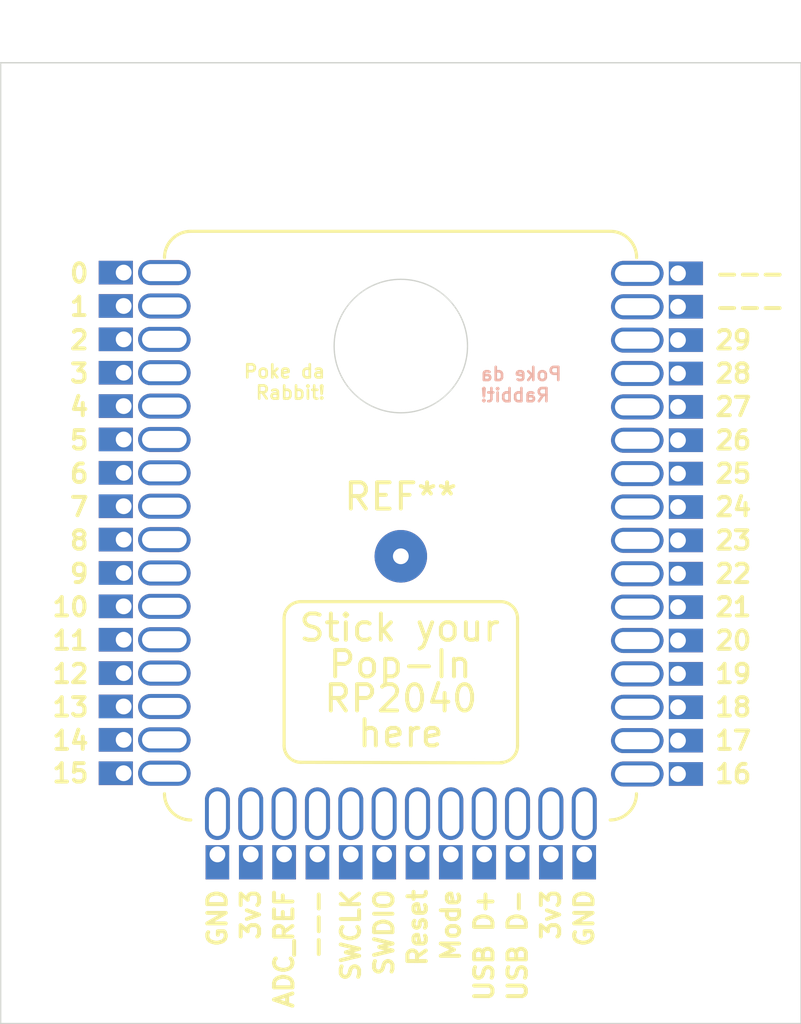
<source format=kicad_pcb>
(kicad_pcb (version 20211014) (generator pcbnew)
  (layers (0 "F.Cu" signal) (31 "B.Cu" signal) (34 "B.Paste" user) (35 "F.Paste" user) (36 "B.SilkS" user "B.Silkscreen") (37 "F.SilkS" user "F.Silkscreen") (38 "B.Mask" user) (39 "F.Mask" user) (44 "Edge.Cuts" user))
  (net 0 "")
  (footprint "Tinker RP2040:NM-Pop-In RP2040 (FlexyPin)" (layer "F.Cu") (at 147.32 96.52)
    (fp_text reference "REF**" (at 0 -2.27 unlocked) (layer "F.SilkS"))
    (fp_text value "NM-Pop-In RP2040 (FlexyPin)")
    (fp_text user "22" (at 11.895378 0.664176 unlocked) (layer "F.SilkS") (effects (font (size 0.7 0.7)) (justify left)))
    (fp_text user "3v3" (at -5.715 12.603764 90 unlocked) (layer "F.SilkS") (effects (font (size 0.7 0.7)) (justify right)))
    (fp_text user "RP2040" (at 0 5.412475 unlocked) (layer "F.SilkS"))
    (fp_text user "27" (at 11.895378 -5.685824 unlocked) (layer "F.SilkS") (effects (font (size 0.7 0.7)) (justify left)))
    (fp_text user "8" (at -11.815378 -0.605824 unlocked) (layer "F.SilkS") (effects (font (size 0.7 0.7)) (justify right)))
    (fp_text user "GND" (at -6.985 12.603764 90 unlocked) (layer "F.SilkS") (effects (font (size 0.7 0.7)) (justify right)))
    (fp_text user "15" (at -11.815378 8.255 unlocked) (layer "F.SilkS") (effects (font (size 0.7 0.7)) (justify right)))
    (fp_text user "18" (at 11.895378 5.744176 unlocked) (layer "F.SilkS") (effects (font (size 0.7 0.7)) (justify left)))
    (fp_text user "13" (at -11.815378 5.744176 unlocked) (layer "F.SilkS") (effects (font (size 0.7 0.7)) (justify right)))
    (fp_text user "7" (at -11.815378 -1.875824 unlocked) (layer "F.SilkS") (effects (font (size 0.7 0.7)) (justify right)))
    (fp_text user "23" (at 11.895378 -0.605824 unlocked) (layer "F.SilkS") (effects (font (size 0.7 0.7)) (justify left)))
    (fp_text user "26" (at 11.895378 -4.415824 unlocked) (layer "F.SilkS") (effects (font (size 0.7 0.7)) (justify left)))
    (fp_text user "6" (at -11.815378 -3.145824 unlocked) (layer "F.SilkS") (effects (font (size 0.7 0.7)) (justify right)))
    (fp_text user "17" (at 11.895378 7.014176 unlocked) (layer "F.SilkS") (effects (font (size 0.7 0.7)) (justify left)))
    (fp_text user "24" (at 11.895378 -1.875824 unlocked) (layer "F.SilkS") (effects (font (size 0.7 0.7)) (justify left)))
    (fp_text user "---" (at -3.175 12.603764 90 unlocked) (layer "F.SilkS") (effects (font (size 0.7 0.7)) (justify right)))
    (fp_text user "21" (at 11.895378 1.934176 unlocked) (layer "F.SilkS") (effects (font (size 0.7 0.7)) (justify left)))
    (fp_text user "---" (at 11.895378 -9.495824 unlocked) (layer "F.SilkS") (effects (font (size 0.7 0.7)) (justify left)))
    (fp_text user "Pop-In" (at -0.022797 4.113022 unlocked) (layer "F.SilkS"))
    (fp_text user "5" (at -11.815378 -4.415824 unlocked) (layer "F.SilkS") (effects (font (size 0.7 0.7)) (justify right)))
    (fp_text user "SWDIO" (at -0.635 12.603764 90 unlocked) (layer "F.SilkS") (effects (font (size 0.7 0.7)) (justify right)))
    (fp_text user "SWCLK" (at -1.905 12.603764 90 unlocked) (layer "F.SilkS") (effects (font (size 0.7 0.7)) (justify right)))
    (fp_text user "1" (at -11.815378 -9.495824 unlocked) (layer "F.SilkS") (effects (font (size 0.7 0.7)) (justify right)))
    (fp_text user "28" (at 11.895378 -6.955824 unlocked) (layer "F.SilkS") (effects (font (size 0.7 0.7)) (justify left)))
    (fp_text user "USB D-" (at 4.445 12.603764 90 unlocked) (layer "F.SilkS") (effects (font (size 0.7 0.7)) (justify right)))
    (fp_text user "---" (at 11.895378 -10.765824 unlocked) (layer "F.SilkS") (effects (font (size 0.7 0.7)) (justify left)))
    (fp_text user "0" (at -11.815378 -10.765824 unlocked) (layer "F.SilkS") (effects (font (size 0.7 0.7)) (justify right)))
    (fp_text user "12" (at -11.815378 4.474176 unlocked) (layer "F.SilkS") (effects (font (size 0.7 0.7)) (justify right)))
    (fp_text user "Stick your" (at -0.045594 2.722379 unlocked) (layer "F.SilkS"))
    (fp_text user "19" (at 11.895378 4.474176 unlocked) (layer "F.SilkS") (effects (font (size 0.7 0.7)) (justify left)))
    (fp_text user "Reset" (at 0.635 12.603764 90 unlocked) (layer "F.SilkS") (effects (font (size 0.7 0.7)) (justify right)))
    (fp_text user "9" (at -11.815378 0.664176 unlocked) (layer "F.SilkS") (effects (font (size 0.7 0.7)) (justify right)))
    (fp_text user "ADC_REF" (at -4.445 12.603764 90 unlocked) (layer "F.SilkS") (effects (font (size 0.7 0.7)) (justify right)))
    (fp_text user "11" (at -11.815378 3.204176 unlocked) (layer "F.SilkS") (effects (font (size 0.7 0.7)) (justify right)))
    (fp_text user "Mode" (at 1.905 12.603764 90 unlocked) (layer "F.SilkS") (effects (font (size 0.7 0.7)) (justify right)))
    (fp_text user "3" (at -11.815378 -6.955824 unlocked) (layer "F.SilkS") (effects (font (size 0.7 0.7)) (justify right)))
    (fp_text user "2" (at -11.815378 -8.225824 unlocked) (layer "F.SilkS") (effects (font (size 0.7 0.7)) (justify right)))
    (fp_text user "20" (at 11.895378 3.204176 unlocked) (layer "F.SilkS") (effects (font (size 0.7 0.7)) (justify left)))
    (fp_text user "4" (at -11.815378 -5.685824 unlocked) (layer "F.SilkS") (effects (font (size 0.7 0.7)) (justify right)))
    (fp_text user "GND" (at 6.985 12.603764 90 unlocked) (layer "F.SilkS") (effects (font (size 0.7 0.7)) (justify right)))
    (fp_text user "14" (at -11.815378 7.014176 unlocked) (layer "F.SilkS") (effects (font (size 0.7 0.7)) (justify right)))
    (fp_text user "here" (at 0 6.742113 unlocked) (layer "F.SilkS"))
    (fp_text user "29" (at 11.895378 -8.225824 unlocked) (layer "F.SilkS") (effects (font (size 0.7 0.7)) (justify left)))
    (fp_text user "3v3" (at 5.715 12.603764 90 unlocked) (layer "F.SilkS") (effects (font (size 0.7 0.7)) (justify right)))
    (fp_text user "25" (at 11.895378 -3.145824 unlocked) (layer "F.SilkS") (effects (font (size 0.7 0.7)) (justify left)))
    (fp_text user "10" (at -11.815378 1.934176 unlocked) (layer "F.SilkS") (effects (font (size 0.7 0.7)) (justify right)))
    (fp_text user "USB D+" (at 3.175 12.603764 90 unlocked) (layer "F.SilkS") (effects (font (size 0.7 0.7)) (justify right)))
    (fp_text user "16" (at 11.895378 8.284176 unlocked) (layer "F.SilkS") (effects (font (size 0.7 0.7)) (justify left)))
    (fp_line (start 4.445 2.361448) (end 4.445 7.211451) (layer "F.SilkS") (width 0.12))
    (fp_line (start 3.868584 7.860366) (end -3.81 7.839268) (layer "F.SilkS") (width 0.12))
    (fp_line (start -3.81 1.726447) (end 3.81 1.726447) (layer "F.SilkS") (width 0.12))
    (fp_line (start -4.445 2.361447) (end -4.445 7.204268) (layer "F.SilkS") (width 0.12))
    (fp_line (start 7.980013 -12.366236) (end -7.999533 -12.366236) (layer "F.SilkS") (width 0.12))
    (fp_arc (start -8.001016 10.033764) (mid -8.708123 9.740871) (end -9.001016 9.033764) (layer "F.SilkS") (width 0.12))
    (fp_arc (start 8.974622 9.033764) (mid 8.681722 9.740863) (end 7.974622 10.033764) (layer "F.SilkS") (width 0.12))
    (fp_arc (start 4.445 7.211451) (mid 4.25901 7.66046) (end 3.81 7.846451) (layer "F.SilkS") (width 0.12))
    (fp_arc (start -4.445 2.361447) (mid -4.259013 1.912434) (end -3.81 1.726447) (layer "F.SilkS") (width 0.12))
    (fp_arc (start 3.81 1.726448) (mid 4.259022 1.912426) (end 4.445 2.361448) (layer "F.SilkS") (width 0.12))
    (fp_arc (start 7.980013 -12.366236) (mid 8.687124 -12.07334) (end 8.980013 -11.366236) (layer "F.SilkS") (width 0.12))
    (fp_arc (start -8.999533 -11.366236) (mid -8.70664 -12.073343) (end -7.999533 -12.366236) (layer "F.SilkS") (width 0.12))
    (fp_arc (start -3.81 7.839268) (mid -4.259013 7.653281) (end -4.445 7.204268) (layer "F.SilkS") (width 0.12))
    (fp_circle (center 0 -8) (end 2.54 -8) (layer "Edge.Cuts") (width 0.05) (fill none))
    (pad "0" thru_hole circle (at 0 0 90) (size 2 2) (drill 0.6) (layers *.Cu *.Mask))
    (pad "1" thru_hole oval (at -9.005378 -10.795) (size 2 0.95) (drill oval 1.7 0.65) (layers *.Cu *.Mask))
    (pad "1" thru_hole rect (at -10.555378 -10.795) (size 1.3 0.9) (drill 0.6 (offset -0.3 0)) (layers *.Cu *.Mask))
    (pad "2" thru_hole rect (at -10.555378 -9.525) (size 1.3 0.9) (drill 0.6 (offset -0.3 0)) (layers *.Cu *.Mask))
    (pad "2" thru_hole oval (at -9.005378 -9.525) (size 2 0.95) (drill oval 1.7 0.65) (layers *.Cu *.Mask))
    (pad "3" thru_hole rect (at -10.555378 -8.255) (size 1.3 0.9) (drill 0.6 (offset -0.3 0)) (layers *.Cu *.Mask))
    (pad "3" thru_hole oval (at -9.005378 -8.255) (size 2 0.95) (drill oval 1.7 0.65) (layers *.Cu *.Mask))
    (pad "4" thru_hole rect (at -10.555378 -6.985) (size 1.3 0.9) (drill 0.6 (offset -0.3 0)) (layers *.Cu *.Mask))
    (pad "4" thru_hole oval (at -9.005378 -6.985) (size 2 0.95) (drill oval 1.7 0.65) (layers *.Cu *.Mask))
    (pad "5" thru_hole rect (at -10.555378 -5.715) (size 1.3 0.9) (drill 0.6 (offset -0.3 0)) (layers *.Cu *.Mask))
    (pad "5" thru_hole oval (at -9.005378 -5.715) (size 2 0.95) (drill oval 1.7 0.65) (layers *.Cu *.Mask))
    (pad "6" thru_hole oval (at -9.005378 -4.445) (size 2 0.95) (drill oval 1.7 0.65) (layers *.Cu *.Mask))
    (pad "6" thru_hole rect (at -10.555378 -4.445) (size 1.3 0.9) (drill 0.6 (offset -0.3 0)) (layers *.Cu *.Mask))
    (pad "7" thru_hole rect (at -10.555378 -3.175) (size 1.3 0.9) (drill 0.6 (offset -0.3 0)) (layers *.Cu *.Mask))
    (pad "7" thru_hole oval (at -9.005378 -3.175) (size 2 0.95) (drill oval 1.7 0.65) (layers *.Cu *.Mask))
    (pad "8" thru_hole rect (at -10.555378 -1.905) (size 1.3 0.9) (drill 0.6 (offset -0.3 0)) (layers *.Cu *.Mask))
    (pad "8" thru_hole oval (at -9.005378 -1.905) (size 2 0.95) (drill oval 1.7 0.65) (layers *.Cu *.Mask))
    (pad "9" thru_hole rect (at -10.555378 -0.635) (size 1.3 0.9) (drill 0.6 (offset -0.3 0)) (layers *.Cu *.Mask))
    (pad "9" thru_hole oval (at -9.005378 -0.635) (size 2 0.95) (drill oval 1.7 0.65) (layers *.Cu *.Mask))
    (pad "10" thru_hole oval (at -9.005378 0.635) (size 2 0.95) (drill oval 1.7 0.65) (layers *.Cu *.Mask))
    (pad "10" thru_hole rect (at -10.555378 0.635) (size 1.3 0.9) (drill 0.6 (offset -0.3 0)) (layers *.Cu *.Mask))
    (pad "11" thru_hole oval (at -9.005378 1.905) (size 2 0.95) (drill oval 1.7 0.65) (layers *.Cu *.Mask))
    (pad "11" thru_hole rect (at -10.555378 1.905) (size 1.3 0.9) (drill 0.6 (offset -0.3 0)) (layers *.Cu *.Mask))
    (pad "12" thru_hole rect (at -10.555378 3.175) (size 1.3 0.9) (drill 0.6 (offset -0.3 0)) (layers *.Cu *.Mask))
    (pad "12" thru_hole oval (at -9.005378 3.175) (size 2 0.95) (drill oval 1.7 0.65) (layers *.Cu *.Mask))
    (pad "13" thru_hole oval (at -9.005378 4.445) (size 2 0.95) (drill oval 1.7 0.65) (layers *.Cu *.Mask))
    (pad "13" thru_hole rect (at -10.555378 4.445) (size 1.3 0.9) (drill 0.6 (offset -0.3 0)) (layers *.Cu *.Mask))
    (pad "14" thru_hole rect (at -10.555378 5.715) (size 1.3 0.9) (drill 0.6 (offset -0.3 0)) (layers *.Cu *.Mask))
    (pad "14" thru_hole oval (at -9.005378 5.715) (size 2 0.95) (drill oval 1.7 0.65) (layers *.Cu *.Mask))
    (pad "15" thru_hole oval (at -9.005378 6.985) (size 2 0.95) (drill oval 1.7 0.65) (layers *.Cu *.Mask))
    (pad "15" thru_hole rect (at -10.555378 6.985) (size 1.3 0.9) (drill 0.6 (offset -0.3 0)) (layers *.Cu *.Mask))
    (pad "16" thru_hole rect (at -10.555378 8.255) (size 1.3 0.9) (drill 0.6 (offset -0.3 0)) (layers *.Cu *.Mask))
    (pad "16" thru_hole oval (at -9.005378 8.255) (size 2 0.95) (drill oval 1.7 0.65) (layers *.Cu *.Mask))
    (pad "17" thru_hole rect (at -6.985 11.343764 90) (size 1.3 0.9) (drill 0.6 (offset -0.3 0)) (layers *.Cu *.Mask))
    (pad "17" thru_hole oval (at -6.985 9.793764 90) (size 2 0.95) (drill oval 1.7 0.65) (layers *.Cu *.Mask))
    (pad "18" thru_hole rect (at -5.715 11.343764 90) (size 1.3 0.9) (drill 0.6 (offset -0.3 0)) (layers *.Cu *.Mask))
    (pad "18" thru_hole oval (at -5.715 9.793764 90) (size 2 0.95) (drill oval 1.7 0.65) (layers *.Cu *.Mask))
    (pad "19" thru_hole rect (at -4.445 11.343764 90) (size 1.3 0.9) (drill 0.6 (offset -0.3 0)) (layers *.Cu *.Mask))
    (pad "19" thru_hole oval (at -4.445 9.793764 90) (size 2 0.95) (drill oval 1.7 0.65) (layers *.Cu *.Mask))
    (pad "20" thru_hole oval (at -3.175 9.793764 90) (size 2 0.95) (drill oval 1.7 0.65) (layers *.Cu *.Mask))
    (pad "20" thru_hole rect (at -3.175 11.343764 90) (size 1.3 0.9) (drill 0.6 (offset -0.3 0)) (layers *.Cu *.Mask))
    (pad "21" thru_hole rect (at -1.905 11.343764 90) (size 1.3 0.9) (drill 0.6 (offset -0.3 0)) (layers *.Cu *.Mask))
    (pad "21" thru_hole oval (at -1.905 9.793764 90) (size 2 0.95) (drill oval 1.7 0.65) (layers *.Cu *.Mask))
    (pad "22" thru_hole oval (at -0.635 9.793764 90) (size 2 0.95) (drill oval 1.7 0.65) (layers *.Cu *.Mask))
    (pad "22" thru_hole rect (at -0.635 11.343764 90) (size 1.3 0.9) (drill 0.6 (offset -0.3 0)) (layers *.Cu *.Mask))
    (pad "23" thru_hole rect (at 0.635 11.343764 90) (size 1.3 0.9) (drill 0.6 (offset -0.3 0)) (layers *.Cu *.Mask))
    (pad "23" thru_hole oval (at 0.635 9.793764 90) (size 2 0.95) (drill oval 1.7 0.65) (layers *.Cu *.Mask))
    (pad "24" thru_hole oval (at 1.905 9.793764 90) (size 2 0.95) (drill oval 1.7 0.65) (layers *.Cu *.Mask))
    (pad "24" thru_hole rect (at 1.905 11.343764 90) (size 1.3 0.9) (drill 0.6 (offset -0.3 0)) (layers *.Cu *.Mask))
    (pad "25" thru_hole rect (at 3.175 11.343764 90) (size 1.3 0.9) (drill 0.6 (offset -0.3 0)) (layers *.Cu *.Mask))
    (pad "25" thru_hole oval (at 3.175 9.793764 90) (size 2 0.95) (drill oval 1.7 0.65) (layers *.Cu *.Mask))
    (pad "26" thru_hole oval (at 4.445 9.793764 90) (size 2 0.95) (drill oval 1.7 0.65) (layers *.Cu *.Mask))
    (pad "26" thru_hole rect (at 4.445 11.343764 90) (size 1.3 0.9) (drill 0.6 (offset -0.3 0)) (layers *.Cu *.Mask))
    (pad "27" thru_hole oval (at 5.715 9.793764 90) (size 2 0.95) (drill oval 1.7 0.65) (layers *.Cu *.Mask))
    (pad "27" thru_hole rect (at 5.715 11.343764 90) (size 1.3 0.9) (drill 0.6 (offset -0.3 0)) (layers *.Cu *.Mask))
    (pad "28" thru_hole oval (at 6.985 9.793764 90) (size 2 0.95) (drill oval 1.7 0.65) (layers *.Cu *.Mask))
    (pad "28" thru_hole rect (at 6.985 11.343764 90) (size 1.3 0.9) (drill 0.6 (offset -0.3 0)) (layers *.Cu *.Mask))
    (pad "29" thru_hole oval (at 9.005378 8.284176) (size 2 0.95) (drill oval 1.7 0.65) (layers *.Cu *.Mask))
    (pad "29" thru_hole rect (at 10.555378 8.284176) (size 1.3 0.9) (drill 0.6 (offset 0.3 0)) (layers *.Cu *.Mask))
    (pad "30" thru_hole rect (at 10.555378 7.014176) (size 1.3 0.9) (drill 0.6 (offset 0.3 0)) (layers *.Cu *.Mask))
    (pad "30" thru_hole oval (at 9.005378 7.014176) (size 2 0.95) (drill oval 1.7 0.65) (layers *.Cu *.Mask))
    (pad "31" thru_hole rect (at 10.555378 5.744176) (size 1.3 0.9) (drill 0.6 (offset 0.3 0)) (layers *.Cu *.Mask))
    (pad "31" thru_hole oval (at 9.005378 5.744176) (size 2 0.95) (drill oval 1.7 0.65) (layers *.Cu *.Mask))
    (pad "32" thru_hole rect (at 10.555378 4.474176) (size 1.3 0.9) (drill 0.6 (offset 0.3 0)) (layers *.Cu *.Mask))
    (pad "32" thru_hole oval (at 9.005378 4.474176) (size 2 0.95) (drill oval 1.7 0.65) (layers *.Cu *.Mask))
    (pad "33" thru_hole rect (at 10.555378 3.204176) (size 1.3 0.9) (drill 0.6 (offset 0.3 0)) (layers *.Cu *.Mask))
    (pad "33" thru_hole oval (at 9.005378 3.204176) (size 2 0.95) (drill oval 1.7 0.65) (layers *.Cu *.Mask))
    (pad "34" thru_hole rect (at 10.555378 1.934176) (size 1.3 0.9) (drill 0.6 (offset 0.3 0)) (layers *.Cu *.Mask))
    (pad "34" thru_hole oval (at 9.005378 1.934176) (size 2 0.95) (drill oval 1.7 0.65) (layers *.Cu *.Mask))
    (pad "35" thru_hole rect (at 10.555378 0.664176) (size 1.3 0.9) (drill 0.6 (offset 0.3 0)) (layers *.Cu *.Mask))
    (pad "35" thru_hole oval (at 9.005378 0.664176) (size 2 0.95) (drill oval 1.7 0.65) (layers *.Cu *.Mask))
    (pad "36" thru_hole oval (at 9.005378 -0.605824) (size 2 0.95) (drill oval 1.7 0.65) (layers *.Cu *.Mask))
    (pad "36" thru_hole rect (at 10.555378 -0.605824) (size 1.3 0.9) (drill 0.6 (offset 0.3 0)) (layers *.Cu *.Mask))
    (pad "37" thru_hole oval (at 9.005378 -1.875824) (size 2 0.95) (drill oval 1.7 0.65) (layers *.Cu *.Mask))
    (pad "37" thru_hole rect (at 10.555378 -1.875824) (size 1.3 0.9) (drill 0.6 (offset 0.3 0)) (layers *.Cu *.Mask))
    (pad "38" thru_hole oval (at 9.005378 -3.145824) (size 2 0.95) (drill oval 1.7 0.65) (layers *.Cu *.Mask))
    (pad "38" thru_hole rect (at 10.555378 -3.145824) (size 1.3 0.9) (drill 0.6 (offset 0.3 0)) (layers *.Cu *.Mask))
    (pad "39" thru_hole oval (at 9.005378 -4.415824) (size 2 0.95) (drill oval 1.7 0.65) (layers *.Cu *.Mask))
    (pad "39" thru_hole rect (at 10.555378 -4.415824) (size 1.3 0.9) (drill 0.6 (offset 0.3 0)) (layers *.Cu *.Mask))
    (pad "40" thru_hole rect (at 10.555378 -5.685824) (size 1.3 0.9) (drill 0.6 (offset 0.3 0)) (layers *.Cu *.Mask))
    (pad "40" thru_hole oval (at 9.005378 -5.685824) (size 2 0.95) (drill oval 1.7 0.65) (layers *.Cu *.Mask))
    (pad "41" thru_hole rect (at 10.555378 -6.955824) (size 1.3 0.9) (drill 0.6 (offset 0.3 0)) (layers *.Cu *.Mask))
    (pad "41" thru_hole oval (at 9.005378 -6.955824) (size 2 0.95) (drill oval 1.7 0.65) (layers *.Cu *.Mask))
    (pad "42" thru_hole oval (at 9.005378 -8.225824) (size 2 0.95) (drill oval 1.7 0.65) (layers *.Cu *.Mask))
    (pad "42" thru_hole rect (at 10.555378 -8.225824) (size 1.3 0.9) (drill 0.6 (offset 0.3 0)) (layers *.Cu *.Mask))
    (pad "43" thru_hole oval (at 9.005378 -9.495824) (size 2 0.95) (drill oval 1.7 0.65) (layers *.Cu *.Mask))
    (pad "43" thru_hole rect (at 10.555378 -9.495824) (size 1.3 0.9) (drill 0.6 (offset 0.3 0)) (layers *.Cu *.Mask))
    (pad "44" thru_hole oval (at 9.005378 -10.765824) (size 2 0.95) (drill oval 1.7 0.65) (layers *.Cu *.Mask))
    (pad "44" thru_hole rect (at 10.555378 -10.765824) (size 1.3 0.9) (drill 0.6 (offset 0.3 0)) (layers *.Cu *.Mask))
  )
  (gr_line (start 132.08 114.3) (end 132.08 77.74) (layer "Edge.Cuts") (width 0.05))
  (gr_line (start 162.56 114.3) (end 132.08 114.3) (layer "Edge.Cuts") (width 0.05))
  (gr_line (start 162.56 77.74) (end 162.56 114.3) (layer "Edge.Cuts") (width 0.05))
  (gr_line (start 132.08 77.74) (end 162.56 77.74) (layer "Edge.Cuts") (width 0.05))
  (gr_text "Poke da\nRabbit!" (at 150.298303 89.988826) (layer "B.SilkS") (effects (font (size 0.5 0.5) (thickness 0.1)) (justify right mirror)))
  (gr_text "Poke da\nRabbit!" (at 144.490611 89.889549) (layer "F.SilkS") (effects (font (size 0.5 0.5) (thickness 0.1)) (justify right)))
)
</source>
